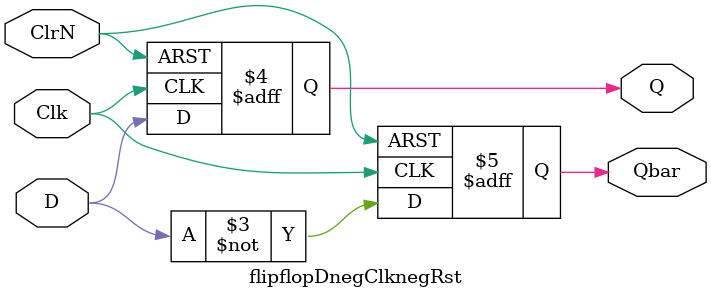
<source format=v>
/* 模組名稱： D型正反器（負緣觸發）
   著作權宣告：copyright 2012 林博仁(pika1021@gmail.com)
   */
`ifndef FLIPFLOPDNCLKNRST_V
	`define FLIPFLOPDNCLKNRST_V
	`timescale 1ns / 100ps
	module flipflopDnegClknegRst(Q, Qbar, D, Clk, ClrN);
		input D, Clk, ClrN;
		output reg Q, Qbar;

		always @(negedge Clk or negedge ClrN)
		begin
			if(~ClrN) begin
				Q <= 0;
				Qbar <= 1;
			end else begin
				Q <= D;
				Qbar <= ~D;
			end
		end
	endmodule
`endif


</source>
